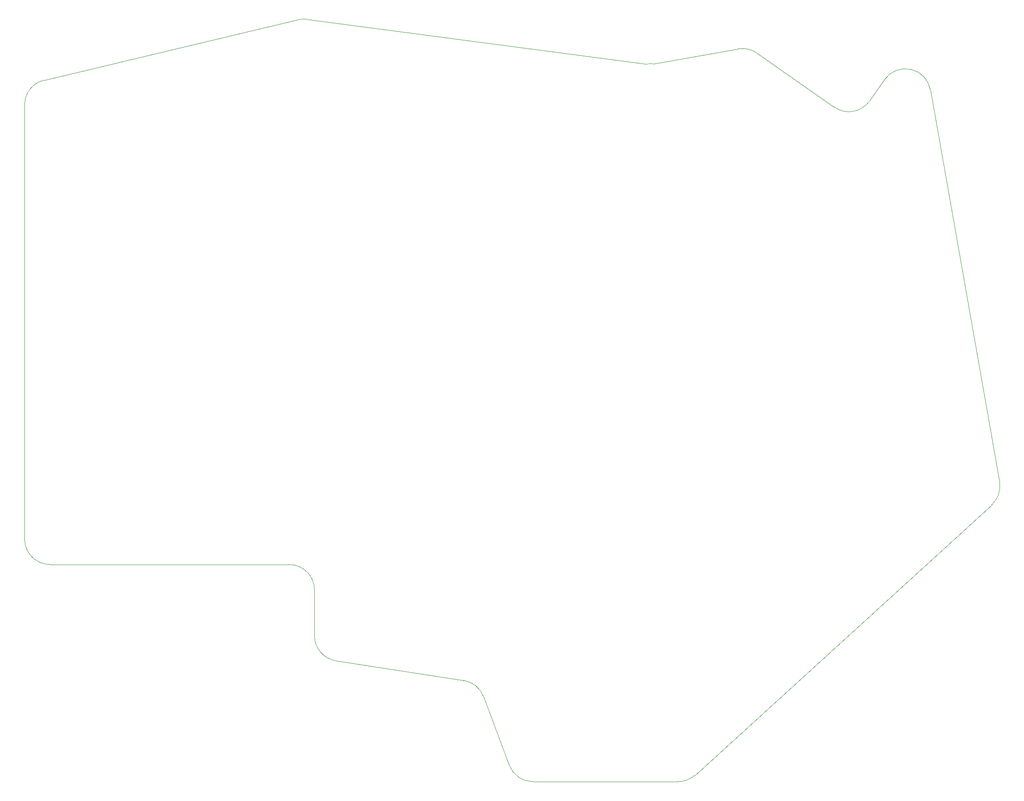
<source format=gbr>
G04 #@! TF.GenerationSoftware,KiCad,Pcbnew,(5.1.9)-1*
G04 #@! TF.CreationDate,2021-04-11T13:58:14+10:00*
G04 #@! TF.ProjectId,ExtraBoard-Base,45787472-6142-46f6-9172-642d42617365,rev?*
G04 #@! TF.SameCoordinates,Original*
G04 #@! TF.FileFunction,Profile,NP*
%FSLAX46Y46*%
G04 Gerber Fmt 4.6, Leading zero omitted, Abs format (unit mm)*
G04 Created by KiCad (PCBNEW (5.1.9)-1) date 2021-04-11 13:58:14*
%MOMM*%
%LPD*%
G01*
G04 APERTURE LIST*
G04 #@! TA.AperFunction,Profile*
%ADD10C,0.100000*%
G04 #@! TD*
G04 APERTURE END LIST*
D10*
X111751240Y22363907D02*
G75*
G02*
X110227664Y22331078I-868241J4924038D01*
G01*
X128524299Y25321450D02*
X111751240Y22363907D01*
X128524299Y25321450D02*
G75*
G02*
X132260422Y24493171I868241J-4924039D01*
G01*
X147516773Y13810559D02*
X132260422Y24493171D01*
X154480416Y15038436D02*
G75*
G02*
X147516773Y13810559I-4095760J2867883D01*
G01*
X157436733Y19260496D02*
X154480416Y15038437D01*
X157436734Y19260494D02*
G75*
G02*
X166456532Y17260854I4095760J-2867881D01*
G01*
X180102023Y-60126569D02*
X166456532Y17260854D01*
X180102023Y-60126569D02*
G75*
G02*
X178545716Y-64690535I-4924039J-868241D01*
G01*
X120048981Y-117995724D02*
X178545716Y-64690535D01*
X120048982Y-117995725D02*
G75*
G02*
X116681250Y-119300000I-3367732J3695726D01*
G01*
X88106250Y-119300000D02*
X116681250Y-119300000D01*
X88106250Y-119300000D02*
G75*
G02*
X83424604Y-116055617I0J5000000D01*
G01*
X78336675Y-102487807D02*
X83424604Y-116055617D01*
X74415315Y-99301566D02*
G75*
G02*
X78336675Y-102487807I-760286J-4941858D01*
G01*
X49245964Y-95429358D02*
X74415315Y-99301566D01*
X49245964Y-95429357D02*
G75*
G02*
X45006250Y-90487499I760286J4941858D01*
G01*
X45006249Y-81437500D02*
X45006250Y-90487499D01*
X40006250Y-76437501D02*
G75*
G02*
X45006249Y-81437500I0J-4999999D01*
G01*
X-7143750Y-76437500D02*
X40006250Y-76437500D01*
X-7143749Y-76437500D02*
G75*
G02*
X-12143749Y-71437500I0J5000000D01*
G01*
X-12143750Y14287500D02*
X-12143750Y-71437500D01*
X-12143750Y14287501D02*
G75*
G02*
X-8301852Y19151531I5000000J-1D01*
G01*
X41704397Y31057781D02*
X-8301852Y19151531D01*
X41704397Y31057780D02*
G75*
G02*
X43517835Y31150617I1158103J-4864031D01*
G01*
X110227664Y22331078D02*
X43517835Y31150617D01*
M02*

</source>
